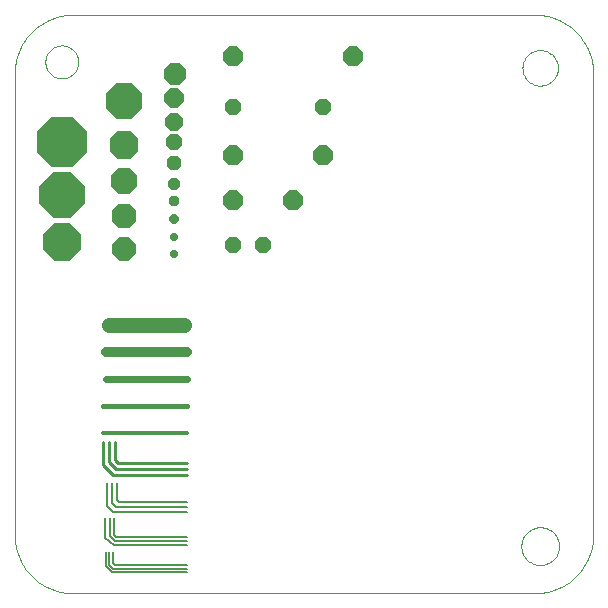
<source format=gbl>
G75*
G70*
%OFA0B0*%
%FSLAX24Y24*%
%IPPOS*%
%LPD*%
%AMOC8*
5,1,8,0,0,1.08239X$1,22.5*
%
%ADD10C,0.0004*%
%ADD11C,0.0000*%
%ADD12OC8,0.0660*%
%ADD13OC8,0.0520*%
%ADD14C,0.0060*%
%ADD15C,0.0070*%
%ADD16C,0.0080*%
%ADD17C,0.0100*%
%ADD18C,0.0120*%
%ADD19C,0.0160*%
%ADD20C,0.0240*%
%ADD21C,0.0320*%
%ADD22C,0.0500*%
%ADD23OC8,0.1660*%
%ADD24OC8,0.1502*%
%ADD25OC8,0.1266*%
%ADD26OC8,0.1181*%
%ADD27OC8,0.0945*%
%ADD28OC8,0.0886*%
%ADD29OC8,0.0827*%
%ADD30OC8,0.0768*%
%ADD31OC8,0.0709*%
%ADD32OC8,0.0650*%
%ADD33OC8,0.0591*%
%ADD34OC8,0.0531*%
%ADD35OC8,0.0472*%
%ADD36OC8,0.0413*%
%ADD37OC8,0.0356*%
%ADD38OC8,0.0317*%
%ADD39OC8,0.0277*%
%ADD40OC8,0.0238*%
D10*
X002079Y000131D02*
X004048Y000131D01*
X017434Y000131D01*
X017528Y000133D01*
X017621Y000140D01*
X017714Y000151D01*
X017807Y000167D01*
X017898Y000187D01*
X017989Y000211D01*
X018078Y000239D01*
X018166Y000272D01*
X018252Y000309D01*
X018336Y000350D01*
X018419Y000395D01*
X018499Y000444D01*
X018576Y000496D01*
X018651Y000552D01*
X018723Y000612D01*
X018793Y000675D01*
X018859Y000741D01*
X018922Y000811D01*
X018982Y000883D01*
X019038Y000958D01*
X019090Y001035D01*
X019139Y001116D01*
X019184Y001198D01*
X019225Y001282D01*
X019262Y001368D01*
X019295Y001456D01*
X019323Y001545D01*
X019347Y001636D01*
X019367Y001727D01*
X019383Y001820D01*
X019394Y001913D01*
X019401Y002006D01*
X019403Y002100D01*
X019402Y002100D02*
X019402Y008399D01*
X019402Y017454D01*
X019403Y017454D02*
X019401Y017548D01*
X019394Y017641D01*
X019383Y017734D01*
X019367Y017827D01*
X019347Y017918D01*
X019323Y018009D01*
X019295Y018098D01*
X019262Y018186D01*
X019225Y018272D01*
X019184Y018356D01*
X019139Y018438D01*
X019090Y018519D01*
X019038Y018596D01*
X018982Y018671D01*
X018922Y018743D01*
X018859Y018813D01*
X018793Y018879D01*
X018723Y018942D01*
X018651Y019002D01*
X018576Y019058D01*
X018499Y019110D01*
X018418Y019159D01*
X018336Y019204D01*
X018252Y019245D01*
X018166Y019282D01*
X018078Y019315D01*
X017989Y019343D01*
X017898Y019367D01*
X017807Y019387D01*
X017714Y019403D01*
X017621Y019414D01*
X017528Y019421D01*
X017434Y019423D01*
X017434Y019422D02*
X015859Y019422D01*
X002079Y019422D01*
X002079Y019423D02*
X001985Y019421D01*
X001892Y019414D01*
X001799Y019403D01*
X001706Y019387D01*
X001615Y019367D01*
X001524Y019343D01*
X001435Y019315D01*
X001347Y019282D01*
X001261Y019245D01*
X001177Y019204D01*
X001094Y019159D01*
X001014Y019110D01*
X000937Y019058D01*
X000862Y019002D01*
X000790Y018942D01*
X000720Y018879D01*
X000654Y018813D01*
X000591Y018743D01*
X000531Y018671D01*
X000475Y018596D01*
X000423Y018519D01*
X000374Y018439D01*
X000329Y018356D01*
X000288Y018272D01*
X000251Y018186D01*
X000218Y018098D01*
X000190Y018009D01*
X000166Y017918D01*
X000146Y017827D01*
X000130Y017734D01*
X000119Y017641D01*
X000112Y017548D01*
X000110Y017454D01*
X000111Y017454D02*
X000111Y012336D01*
X000111Y002100D01*
X000110Y002100D02*
X000112Y002006D01*
X000119Y001913D01*
X000130Y001820D01*
X000146Y001727D01*
X000166Y001636D01*
X000190Y001545D01*
X000218Y001456D01*
X000251Y001368D01*
X000288Y001282D01*
X000329Y001198D01*
X000374Y001116D01*
X000423Y001035D01*
X000475Y000958D01*
X000531Y000883D01*
X000591Y000811D01*
X000654Y000741D01*
X000720Y000675D01*
X000790Y000612D01*
X000862Y000552D01*
X000937Y000496D01*
X001014Y000444D01*
X001094Y000395D01*
X001177Y000350D01*
X001261Y000309D01*
X001347Y000272D01*
X001435Y000239D01*
X001524Y000211D01*
X001615Y000187D01*
X001706Y000167D01*
X001799Y000151D01*
X001892Y000140D01*
X001985Y000133D01*
X002079Y000131D01*
D11*
X017001Y001706D02*
X017003Y001756D01*
X017009Y001806D01*
X017019Y001855D01*
X017033Y001903D01*
X017050Y001950D01*
X017071Y001995D01*
X017096Y002039D01*
X017124Y002080D01*
X017156Y002119D01*
X017190Y002156D01*
X017227Y002190D01*
X017267Y002220D01*
X017309Y002247D01*
X017353Y002271D01*
X017399Y002292D01*
X017446Y002308D01*
X017494Y002321D01*
X017544Y002330D01*
X017593Y002335D01*
X017644Y002336D01*
X017694Y002333D01*
X017743Y002326D01*
X017792Y002315D01*
X017840Y002300D01*
X017886Y002282D01*
X017931Y002260D01*
X017974Y002234D01*
X018015Y002205D01*
X018054Y002173D01*
X018090Y002138D01*
X018122Y002100D01*
X018152Y002060D01*
X018179Y002017D01*
X018202Y001973D01*
X018221Y001927D01*
X018237Y001879D01*
X018249Y001830D01*
X018257Y001781D01*
X018261Y001731D01*
X018261Y001681D01*
X018257Y001631D01*
X018249Y001582D01*
X018237Y001533D01*
X018221Y001485D01*
X018202Y001439D01*
X018179Y001395D01*
X018152Y001352D01*
X018122Y001312D01*
X018090Y001274D01*
X018054Y001239D01*
X018015Y001207D01*
X017974Y001178D01*
X017931Y001152D01*
X017886Y001130D01*
X017840Y001112D01*
X017792Y001097D01*
X017743Y001086D01*
X017694Y001079D01*
X017644Y001076D01*
X017593Y001077D01*
X017544Y001082D01*
X017494Y001091D01*
X017446Y001104D01*
X017399Y001120D01*
X017353Y001141D01*
X017309Y001165D01*
X017267Y001192D01*
X017227Y001222D01*
X017190Y001256D01*
X017156Y001293D01*
X017124Y001332D01*
X017096Y001373D01*
X017071Y001417D01*
X017050Y001462D01*
X017033Y001509D01*
X017019Y001557D01*
X017009Y001606D01*
X017003Y001656D01*
X017001Y001706D01*
X017040Y017651D02*
X017042Y017699D01*
X017048Y017747D01*
X017058Y017794D01*
X017071Y017840D01*
X017089Y017885D01*
X017109Y017929D01*
X017134Y017971D01*
X017162Y018010D01*
X017192Y018047D01*
X017226Y018081D01*
X017263Y018113D01*
X017301Y018142D01*
X017342Y018167D01*
X017385Y018189D01*
X017430Y018207D01*
X017476Y018221D01*
X017523Y018232D01*
X017571Y018239D01*
X017619Y018242D01*
X017667Y018241D01*
X017715Y018236D01*
X017763Y018227D01*
X017809Y018215D01*
X017854Y018198D01*
X017898Y018178D01*
X017940Y018155D01*
X017980Y018128D01*
X018018Y018098D01*
X018053Y018065D01*
X018085Y018029D01*
X018115Y017991D01*
X018141Y017950D01*
X018163Y017907D01*
X018183Y017863D01*
X018198Y017818D01*
X018210Y017771D01*
X018218Y017723D01*
X018222Y017675D01*
X018222Y017627D01*
X018218Y017579D01*
X018210Y017531D01*
X018198Y017484D01*
X018183Y017439D01*
X018163Y017395D01*
X018141Y017352D01*
X018115Y017311D01*
X018085Y017273D01*
X018053Y017237D01*
X018018Y017204D01*
X017980Y017174D01*
X017940Y017147D01*
X017898Y017124D01*
X017854Y017104D01*
X017809Y017087D01*
X017763Y017075D01*
X017715Y017066D01*
X017667Y017061D01*
X017619Y017060D01*
X017571Y017063D01*
X017523Y017070D01*
X017476Y017081D01*
X017430Y017095D01*
X017385Y017113D01*
X017342Y017135D01*
X017301Y017160D01*
X017263Y017189D01*
X017226Y017221D01*
X017192Y017255D01*
X017162Y017292D01*
X017134Y017331D01*
X017109Y017373D01*
X017089Y017417D01*
X017071Y017462D01*
X017058Y017508D01*
X017048Y017555D01*
X017042Y017603D01*
X017040Y017651D01*
X001135Y017848D02*
X001137Y017895D01*
X001143Y017941D01*
X001153Y017987D01*
X001166Y018032D01*
X001184Y018075D01*
X001205Y018117D01*
X001229Y018157D01*
X001257Y018194D01*
X001288Y018229D01*
X001322Y018262D01*
X001358Y018291D01*
X001397Y018317D01*
X001438Y018340D01*
X001481Y018359D01*
X001525Y018375D01*
X001570Y018387D01*
X001616Y018395D01*
X001663Y018399D01*
X001709Y018399D01*
X001756Y018395D01*
X001802Y018387D01*
X001847Y018375D01*
X001891Y018359D01*
X001934Y018340D01*
X001975Y018317D01*
X002014Y018291D01*
X002050Y018262D01*
X002084Y018229D01*
X002115Y018194D01*
X002143Y018157D01*
X002167Y018117D01*
X002188Y018075D01*
X002206Y018032D01*
X002219Y017987D01*
X002229Y017941D01*
X002235Y017895D01*
X002237Y017848D01*
X002235Y017801D01*
X002229Y017755D01*
X002219Y017709D01*
X002206Y017664D01*
X002188Y017621D01*
X002167Y017579D01*
X002143Y017539D01*
X002115Y017502D01*
X002084Y017467D01*
X002050Y017434D01*
X002014Y017405D01*
X001975Y017379D01*
X001934Y017356D01*
X001891Y017337D01*
X001847Y017321D01*
X001802Y017309D01*
X001756Y017301D01*
X001709Y017297D01*
X001663Y017297D01*
X001616Y017301D01*
X001570Y017309D01*
X001525Y017321D01*
X001481Y017337D01*
X001438Y017356D01*
X001397Y017379D01*
X001358Y017405D01*
X001322Y017434D01*
X001288Y017467D01*
X001257Y017502D01*
X001229Y017539D01*
X001205Y017579D01*
X001184Y017621D01*
X001166Y017664D01*
X001153Y017709D01*
X001143Y017755D01*
X001137Y017801D01*
X001135Y017848D01*
D12*
X007408Y018031D03*
X007408Y014731D03*
X007408Y013231D03*
X009408Y013231D03*
X010408Y014731D03*
X011408Y018031D03*
D13*
X010408Y016331D03*
X007408Y016331D03*
X007386Y011745D03*
X008386Y011745D03*
D14*
X003391Y001501D02*
X003391Y001131D01*
X003451Y001071D01*
X005861Y001071D01*
X005861Y000951D02*
X003401Y000951D01*
X003271Y001081D01*
X003271Y001501D01*
X003151Y001501D02*
X003151Y001031D01*
X003351Y000831D01*
X005861Y000831D01*
D15*
X005861Y001731D02*
X003501Y001731D01*
X003421Y001731D01*
X003141Y001991D01*
X003141Y002631D01*
X003281Y002631D02*
X003281Y002041D01*
X003461Y001871D01*
X005861Y001871D01*
X005861Y002011D02*
X003611Y002011D01*
X003501Y002011D01*
X003421Y002091D01*
X003421Y002631D01*
X003421Y001731D02*
X003501Y001731D01*
D16*
X003601Y002861D02*
X003721Y002861D01*
X003401Y002861D01*
X003201Y003061D01*
X003201Y003341D01*
X003201Y003261D01*
X003201Y003341D02*
X003201Y003821D01*
X003361Y003821D02*
X003361Y003301D01*
X003361Y003161D01*
X003501Y003021D01*
X003681Y003021D01*
X003601Y003021D01*
X003681Y003021D02*
X005861Y003021D01*
X005861Y002861D02*
X003721Y002861D01*
X003601Y003181D02*
X003521Y003261D01*
X003521Y003821D01*
X003361Y003301D02*
X003361Y003261D01*
X003601Y003181D02*
X005861Y003181D01*
D17*
X005861Y004081D02*
X003641Y004081D01*
X003401Y004081D01*
X003061Y004401D01*
X003061Y005181D01*
X003261Y005181D02*
X003261Y004501D01*
X003491Y004281D01*
X003671Y004281D01*
X003491Y004281D01*
X003671Y004281D02*
X005861Y004281D01*
X005861Y004481D02*
X003641Y004481D01*
X003561Y004481D01*
X003461Y004581D01*
X003461Y005181D01*
X003561Y004481D02*
X003641Y004481D01*
X003641Y004081D02*
X003401Y004081D01*
D18*
X003061Y005481D02*
X005861Y005481D01*
D19*
X005861Y006381D02*
X003061Y006381D01*
D20*
X003161Y007281D02*
X005861Y007281D01*
D21*
X005861Y008181D02*
X003161Y008181D01*
D22*
X003261Y009081D02*
X005761Y009081D01*
D23*
X001686Y015185D03*
D24*
X001686Y013414D03*
D25*
X001686Y011839D03*
D26*
X003751Y016551D03*
D27*
X003751Y015073D03*
D28*
X003751Y013892D03*
D29*
X003751Y012711D03*
D30*
X003751Y011626D03*
D31*
X005451Y017442D03*
D32*
X005426Y016648D03*
D33*
X005426Y015860D03*
D34*
X005426Y015173D03*
D35*
X005426Y014485D03*
D36*
X005426Y013795D03*
D37*
X005426Y013204D03*
D38*
X005426Y012614D03*
D39*
X005426Y012023D03*
D40*
X005426Y011433D03*
M02*

</source>
